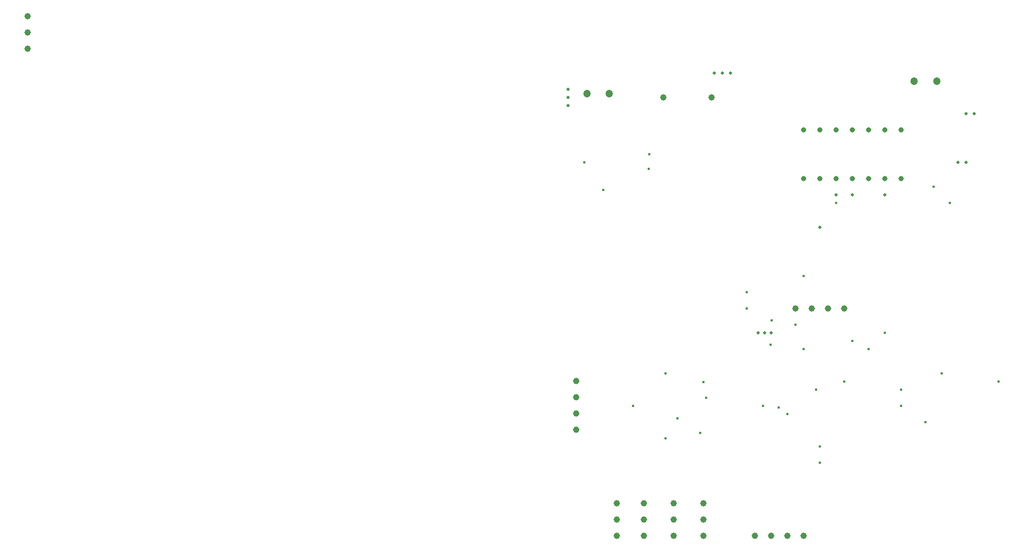
<source format=gbr>
%TF.GenerationSoftware,KiCad,Pcbnew,7.0.8*%
%TF.CreationDate,2025-04-12T00:46:43+05:30*%
%TF.ProjectId,hardware assignement,68617264-7761-4726-9520-61737369676e,rev?*%
%TF.SameCoordinates,Original*%
%TF.FileFunction,Plated,1,2,PTH,Drill*%
%TF.FilePolarity,Positive*%
%FSLAX46Y46*%
G04 Gerber Fmt 4.6, Leading zero omitted, Abs format (unit mm)*
G04 Created by KiCad (PCBNEW 7.0.8) date 2025-04-12 00:46:43*
%MOMM*%
%LPD*%
G01*
G04 APERTURE LIST*
%TA.AperFunction,ViaDrill*%
%ADD10C,0.400000*%
%TD*%
%TA.AperFunction,ViaDrill*%
%ADD11C,0.500000*%
%TD*%
%TA.AperFunction,ComponentDrill*%
%ADD12C,0.500000*%
%TD*%
%TA.AperFunction,ComponentDrill*%
%ADD13C,0.800000*%
%TD*%
%TA.AperFunction,ComponentDrill*%
%ADD14C,1.000000*%
%TD*%
%TA.AperFunction,ComponentDrill*%
%ADD15C,1.200000*%
%TD*%
G04 APERTURE END LIST*
D10*
X121920000Y-43180000D03*
X124856994Y-47491799D03*
X129540000Y-81280000D03*
X131992750Y-44268376D03*
X132080000Y-41910000D03*
X134620000Y-76200000D03*
X134620000Y-86360000D03*
X136515122Y-83300227D03*
X140065445Y-85549273D03*
X140547490Y-77625835D03*
X140970000Y-80010000D03*
X147320000Y-63500000D03*
X147320000Y-66040000D03*
X149860000Y-81280000D03*
X151083494Y-71740597D03*
X151211070Y-67900557D03*
X152329505Y-81595897D03*
X153670000Y-82550000D03*
X154940000Y-68580000D03*
X156210000Y-60960000D03*
X156210000Y-72390000D03*
X158126658Y-78762225D03*
X158750000Y-87630000D03*
X158750000Y-90170000D03*
X161290000Y-49530000D03*
X162560000Y-77470000D03*
X163830000Y-71120000D03*
X166370000Y-72390000D03*
X168910000Y-69850000D03*
X171450000Y-78740000D03*
X171450000Y-81280000D03*
X175260000Y-83820000D03*
X176530000Y-46990000D03*
X177800000Y-76200000D03*
X179070000Y-49530000D03*
X186690000Y-77470000D03*
D11*
X119380000Y-31750000D03*
X119380000Y-33020000D03*
X119380000Y-34290000D03*
X142240000Y-29210000D03*
X143510000Y-29210000D03*
X144780000Y-29210000D03*
X158750000Y-53340000D03*
X161290000Y-48260000D03*
X163830000Y-48260000D03*
X168910000Y-48260000D03*
X180340000Y-43180000D03*
X181610000Y-35560000D03*
X181610000Y-43180000D03*
X182880000Y-35560000D03*
D12*
%TO.C,SW1*%
X149130000Y-69850000D03*
X150130000Y-69850000D03*
X151130000Y-69850000D03*
D13*
%TO.C,U3*%
X156210000Y-38100000D03*
X156210000Y-45720000D03*
X158750000Y-38100000D03*
X158750000Y-45720000D03*
X161290000Y-38100000D03*
X161290000Y-45720000D03*
X163830000Y-38100000D03*
X163830000Y-45720000D03*
X166370000Y-38100000D03*
X166370000Y-45720000D03*
X168910000Y-38100000D03*
X168910000Y-45720000D03*
X171450000Y-38100000D03*
X171450000Y-45720000D03*
D14*
%TO.C,J12*%
X34880000Y-20335000D03*
X34880000Y-22875000D03*
X34880000Y-25415000D03*
%TO.C,Serial*%
X120650000Y-77460000D03*
X120650000Y-80000000D03*
X120650000Y-82540000D03*
X120650000Y-85080000D03*
%TO.C,J1*%
X127000000Y-96535000D03*
X127000000Y-99075000D03*
X127000000Y-101615000D03*
%TO.C,J3*%
X131240000Y-96535000D03*
X131240000Y-99075000D03*
X131240000Y-101615000D03*
%TO.C,C12*%
X134290000Y-33020000D03*
%TO.C,J6*%
X135890000Y-96535000D03*
X135890000Y-99075000D03*
X135890000Y-101615000D03*
%TO.C,J7*%
X140540000Y-96535000D03*
X140540000Y-99075000D03*
X140540000Y-101615000D03*
%TO.C,C12*%
X141790000Y-33020000D03*
%TO.C,uart*%
X148600000Y-101600000D03*
X151140000Y-101600000D03*
X153680000Y-101600000D03*
%TO.C,I2C*%
X154930000Y-66040000D03*
%TO.C,uart*%
X156220000Y-101600000D03*
%TO.C,I2C*%
X157470000Y-66040000D03*
X160010000Y-66040000D03*
X162550000Y-66040000D03*
D15*
%TO.C,J10*%
X122320000Y-32450000D03*
X125820000Y-32450000D03*
%TO.C,J11*%
X173520000Y-30480000D03*
X177020000Y-30480000D03*
M02*

</source>
